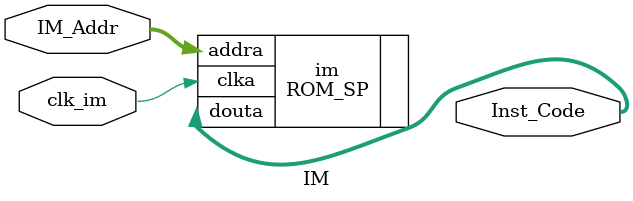
<source format=v>
`timescale 1ns / 1ps


module IM(
        input clk_im,
        input [5:0] IM_Addr,
        output [31:0] Inst_Code 
    );
    ROM_SP im (
      .clka(clk_im),    // input wire clka
      .addra(IM_Addr),  // input wire [5 : 0] addra
      .douta(Inst_Code)  // output wire [31 : 0] douta
);
endmodule

</source>
